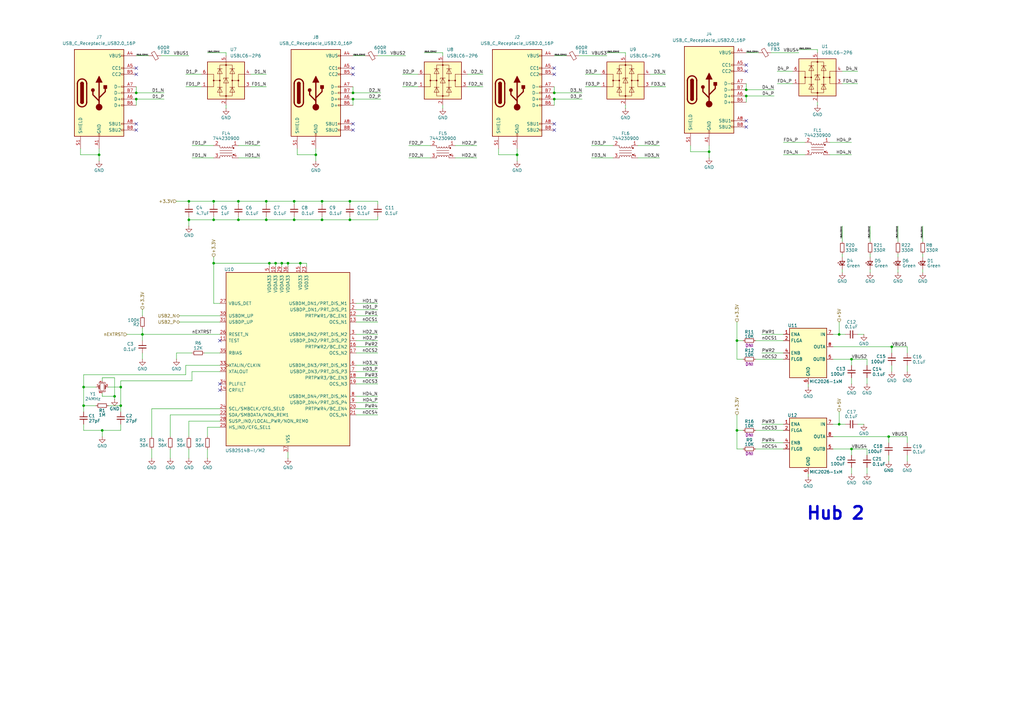
<source format=kicad_sch>
(kicad_sch (version 20231120) (generator "eeschema") (generator_version "8.0")
  (paper "A3")
  (junction (at 46.99 162.56))
  (junction (at 49.53 166.37))
  (junction (at 87.63 90.17))
  (junction (at 58.42 137.16))
  (junction (at 77.47 90.17))
  (junction (at 115.57 107.95))
  (junction (at 306.07 36.83))
  (junction (at 364.49 179.07))
  (junction (at 118.11 107.95))
  (junction (at 144.78 40.64))
  (junction (at 109.22 90.17))
  (junction (at 344.17 137.16))
  (junction (at 132.08 82.55))
  (junction (at 302.26 176.53))
  (junction (at 143.51 90.17))
  (junction (at 129.54 63.5))
  (junction (at 41.91 176.53))
  (junction (at 306.07 39.37))
  (junction (at 87.63 107.95))
  (junction (at 110.49 107.95))
  (junction (at 123.19 107.95))
  (junction (at 97.79 90.17))
  (junction (at 120.65 90.17))
  (junction (at 109.22 82.55))
  (junction (at 349.25 184.15))
  (junction (at 349.25 147.32))
  (junction (at 87.63 82.55))
  (junction (at 365.76 142.24))
  (junction (at 143.51 82.55))
  (junction (at 212.09 63.5))
  (junction (at 34.29 166.37))
  (junction (at 302.26 139.7))
  (junction (at 55.88 40.64))
  (junction (at 40.64 63.5))
  (junction (at 132.08 90.17))
  (junction (at 227.33 38.1))
  (junction (at 97.79 82.55))
  (junction (at 120.65 82.55))
  (junction (at 113.03 107.95))
  (junction (at 344.17 173.99))
  (junction (at 49.53 158.75))
  (junction (at 144.78 38.1))
  (junction (at 227.33 40.64))
  (junction (at 77.47 82.55))
  (junction (at 34.29 158.75))
  (junction (at 290.83 62.23))
  (junction (at 55.88 38.1))
  (no_connect (at 55.88 53.34))
  (no_connect (at 306.07 29.21))
  (no_connect (at 227.33 30.48))
  (no_connect (at 90.17 139.7))
  (no_connect (at 90.17 160.02))
  (no_connect (at 227.33 53.34))
  (no_connect (at 227.33 50.8))
  (no_connect (at 144.78 27.94))
  (no_connect (at 306.07 26.67))
  (no_connect (at 306.07 52.07))
  (no_connect (at 144.78 30.48))
  (no_connect (at 90.17 157.48))
  (no_connect (at 227.33 27.94))
  (no_connect (at 144.78 50.8))
  (no_connect (at 55.88 30.48))
  (no_connect (at 144.78 53.34))
  (no_connect (at 55.88 27.94))
  (no_connect (at 55.88 50.8))
  (no_connect (at 306.07 49.53))
  (wire (pts (xy 302.26 139.7) (xy 302.26 147.32)))
  (wire (pts (xy 44.45 166.37) (xy 49.53 166.37)))
  (wire (pts (xy 87.63 107.95) (xy 110.49 107.95)))
  (wire (pts (xy 312.42 173.99) (xy 321.31 173.99)))
  (wire (pts (xy 146.05 157.48) (xy 154.94 157.48)))
  (wire (pts (xy 302.26 176.53) (xy 304.8 176.53)))
  (wire (pts (xy 77.47 172.72) (xy 90.17 172.72)))
  (wire (pts (xy 186.69 59.69) (xy 195.58 59.69)))
  (wire (pts (xy 143.51 88.9) (xy 143.51 90.17)))
  (wire (pts (xy 204.47 60.96) (xy 204.47 63.5)))
  (wire (pts (xy 181.61 21.59) (xy 181.61 22.86)))
  (wire (pts (xy 204.47 63.5) (xy 212.09 63.5)))
  (wire (pts (xy 266.7 35.56) (xy 273.05 35.56)))
  (wire (pts (xy 121.92 60.96) (xy 121.92 63.5)))
  (wire (pts (xy 227.33 40.64) (xy 238.76 40.64)))
  (wire (pts (xy 120.65 90.17) (xy 132.08 90.17)))
  (wire (pts (xy 378.46 104.14) (xy 378.46 105.41)))
  (wire (pts (xy 123.19 107.95) (xy 125.73 107.95)))
  (wire (pts (xy 78.74 152.4) (xy 78.74 156.21)))
  (wire (pts (xy 41.91 162.56) (xy 41.91 161.29)))
  (wire (pts (xy 372.11 149.86) (xy 372.11 152.4)))
  (wire (pts (xy 113.03 107.95) (xy 110.49 107.95)))
  (wire (pts (xy 33.02 63.5) (xy 40.64 63.5)))
  (wire (pts (xy 227.33 35.56) (xy 227.33 38.1)))
  (wire (pts (xy 118.11 185.42) (xy 118.11 187.96)))
  (wire (pts (xy 83.82 144.78) (xy 90.17 144.78)))
  (wire (pts (xy 55.88 35.56) (xy 55.88 38.1)))
  (wire (pts (xy 306.07 21.59) (xy 311.15 21.59)))
  (wire (pts (xy 365.76 149.86) (xy 365.76 152.4)))
  (wire (pts (xy 34.29 173.99) (xy 34.29 176.53)))
  (wire (pts (xy 55.88 38.1) (xy 67.31 38.1)))
  (wire (pts (xy 335.28 41.91) (xy 335.28 43.18)))
  (wire (pts (xy 144.78 38.1) (xy 156.21 38.1)))
  (wire (pts (xy 304.8 184.15) (xy 302.26 184.15)))
  (wire (pts (xy 372.11 181.61) (xy 372.11 179.07)))
  (wire (pts (xy 321.31 58.42) (xy 330.2 58.42)))
  (wire (pts (xy 34.29 158.75) (xy 34.29 166.37)))
  (wire (pts (xy 144.78 22.86) (xy 149.86 22.86)))
  (wire (pts (xy 191.77 30.48) (xy 198.12 30.48)))
  (wire (pts (xy 173.99 21.59) (xy 181.61 21.59)))
  (wire (pts (xy 364.49 181.61) (xy 364.49 179.07)))
  (wire (pts (xy 132.08 82.55) (xy 143.51 82.55)))
  (wire (pts (xy 41.91 154.94) (xy 41.91 156.21)))
  (wire (pts (xy 302.26 132.08) (xy 302.26 139.7)))
  (wire (pts (xy 349.25 154.94) (xy 349.25 157.48)))
  (wire (pts (xy 73.66 129.54) (xy 90.17 129.54)))
  (wire (pts (xy 120.65 88.9) (xy 120.65 90.17)))
  (wire (pts (xy 306.07 39.37) (xy 306.07 41.91)))
  (wire (pts (xy 355.6 191.77) (xy 355.6 194.31)))
  (wire (pts (xy 146.05 139.7) (xy 154.94 139.7)))
  (wire (pts (xy 165.1 35.56) (xy 171.45 35.56)))
  (wire (pts (xy 55.88 40.64) (xy 67.31 40.64)))
  (wire (pts (xy 341.63 142.24) (xy 365.76 142.24)))
  (wire (pts (xy 349.25 186.69) (xy 349.25 184.15)))
  (wire (pts (xy 49.53 158.75) (xy 49.53 166.37)))
  (wire (pts (xy 44.45 158.75) (xy 49.53 158.75)))
  (wire (pts (xy 77.47 90.17) (xy 87.63 90.17)))
  (wire (pts (xy 58.42 127) (xy 58.42 129.54)))
  (wire (pts (xy 227.33 40.64) (xy 227.33 43.18)))
  (wire (pts (xy 345.44 34.29) (xy 351.79 34.29)))
  (wire (pts (xy 335.28 20.32) (xy 335.28 21.59)))
  (wire (pts (xy 302.26 139.7) (xy 304.8 139.7)))
  (wire (pts (xy 92.71 43.18) (xy 92.71 44.45)))
  (wire (pts (xy 62.23 167.64) (xy 62.23 179.07)))
  (wire (pts (xy 256.54 43.18) (xy 256.54 44.45)))
  (wire (pts (xy 240.03 30.48) (xy 246.38 30.48)))
  (wire (pts (xy 340.36 63.5) (xy 349.25 63.5)))
  (wire (pts (xy 309.88 184.15) (xy 321.31 184.15)))
  (wire (pts (xy 69.85 170.18) (xy 69.85 179.07)))
  (wire (pts (xy 46.99 154.94) (xy 41.91 154.94)))
  (wire (pts (xy 144.78 40.64) (xy 156.21 40.64)))
  (wire (pts (xy 154.94 82.55) (xy 154.94 83.82)))
  (wire (pts (xy 40.64 63.5) (xy 40.64 60.96)))
  (wire (pts (xy 186.69 64.77) (xy 195.58 64.77)))
  (wire (pts (xy 58.42 137.16) (xy 90.17 137.16)))
  (wire (pts (xy 290.83 62.23) (xy 290.83 64.77)))
  (wire (pts (xy 146.05 124.46) (xy 154.94 124.46)))
  (wire (pts (xy 97.79 82.55) (xy 97.79 83.82)))
  (wire (pts (xy 349.25 149.86) (xy 349.25 147.32)))
  (wire (pts (xy 146.05 167.64) (xy 154.94 167.64)))
  (wire (pts (xy 256.54 21.59) (xy 256.54 22.86)))
  (wire (pts (xy 302.26 147.32) (xy 304.8 147.32)))
  (wire (pts (xy 345.44 92.71) (xy 345.44 99.06)))
  (wire (pts (xy 309.88 147.32) (xy 321.31 147.32)))
  (wire (pts (xy 109.22 90.17) (xy 120.65 90.17)))
  (wire (pts (xy 87.63 82.55) (xy 87.63 83.82)))
  (wire (pts (xy 167.64 59.69) (xy 176.53 59.69)))
  (wire (pts (xy 309.88 176.53) (xy 321.31 176.53)))
  (wire (pts (xy 132.08 82.55) (xy 132.08 83.82)))
  (wire (pts (xy 55.88 40.64) (xy 55.88 43.18)))
  (wire (pts (xy 97.79 90.17) (xy 109.22 90.17)))
  (wire (pts (xy 261.62 64.77) (xy 270.51 64.77)))
  (wire (pts (xy 344.17 137.16) (xy 346.71 137.16)))
  (wire (pts (xy 154.94 88.9) (xy 154.94 90.17)))
  (wire (pts (xy 69.85 184.15) (xy 69.85 187.96)))
  (wire (pts (xy 341.63 137.16) (xy 344.17 137.16)))
  (wire (pts (xy 146.05 165.1) (xy 154.94 165.1)))
  (wire (pts (xy 46.99 154.94) (xy 46.99 162.56)))
  (wire (pts (xy 97.79 64.77) (xy 106.68 64.77)))
  (wire (pts (xy 85.09 175.26) (xy 85.09 179.07)))
  (wire (pts (xy 113.03 107.95) (xy 113.03 109.22)))
  (wire (pts (xy 58.42 134.62) (xy 58.42 137.16)))
  (wire (pts (xy 85.09 175.26) (xy 90.17 175.26)))
  (wire (pts (xy 378.46 110.49) (xy 378.46 111.76)))
  (wire (pts (xy 146.05 152.4) (xy 154.94 152.4)))
  (wire (pts (xy 46.99 163.83) (xy 46.99 162.56)))
  (wire (pts (xy 351.79 173.99) (xy 354.33 173.99)))
  (wire (pts (xy 76.2 30.48) (xy 82.55 30.48)))
  (wire (pts (xy 143.51 82.55) (xy 154.94 82.55)))
  (wire (pts (xy 69.85 170.18) (xy 90.17 170.18)))
  (wire (pts (xy 345.44 110.49) (xy 345.44 111.76)))
  (wire (pts (xy 118.11 107.95) (xy 118.11 109.22)))
  (wire (pts (xy 120.65 82.55) (xy 132.08 82.55)))
  (wire (pts (xy 73.66 132.08) (xy 90.17 132.08)))
  (wire (pts (xy 146.05 142.24) (xy 154.94 142.24)))
  (wire (pts (xy 115.57 107.95) (xy 115.57 109.22)))
  (wire (pts (xy 341.63 179.07) (xy 364.49 179.07)))
  (wire (pts (xy 227.33 38.1) (xy 238.76 38.1)))
  (wire (pts (xy 266.7 30.48) (xy 273.05 30.48)))
  (wire (pts (xy 355.6 149.86) (xy 355.6 147.32)))
  (wire (pts (xy 321.31 144.78) (xy 312.42 144.78)))
  (wire (pts (xy 146.05 154.94) (xy 154.94 154.94)))
  (wire (pts (xy 302.26 170.18) (xy 302.26 176.53)))
  (wire (pts (xy 34.29 176.53) (xy 41.91 176.53)))
  (wire (pts (xy 306.07 36.83) (xy 317.5 36.83)))
  (wire (pts (xy 87.63 105.41) (xy 87.63 107.95)))
  (wire (pts (xy 92.71 21.59) (xy 92.71 22.86)))
  (wire (pts (xy 129.54 63.5) (xy 129.54 66.04)))
  (wire (pts (xy 102.87 35.56) (xy 109.22 35.56)))
  (wire (pts (xy 165.1 30.48) (xy 171.45 30.48)))
  (wire (pts (xy 123.19 107.95) (xy 118.11 107.95)))
  (wire (pts (xy 87.63 82.55) (xy 97.79 82.55)))
  (wire (pts (xy 144.78 40.64) (xy 144.78 43.18)))
  (wire (pts (xy 125.73 107.95) (xy 125.73 109.22)))
  (wire (pts (xy 345.44 29.21) (xy 351.79 29.21)))
  (wire (pts (xy 55.88 22.86) (xy 60.96 22.86)))
  (wire (pts (xy 76.2 35.56) (xy 82.55 35.56)))
  (wire (pts (xy 344.17 132.08) (xy 344.17 137.16)))
  (wire (pts (xy 306.07 34.29) (xy 306.07 36.83)))
  (wire (pts (xy 212.09 63.5) (xy 212.09 66.04)))
  (wire (pts (xy 309.88 139.7) (xy 321.31 139.7)))
  (wire (pts (xy 97.79 82.55) (xy 109.22 82.55)))
  (wire (pts (xy 102.87 30.48) (xy 109.22 30.48)))
  (wire (pts (xy 121.92 63.5) (xy 129.54 63.5)))
  (wire (pts (xy 87.63 88.9) (xy 87.63 90.17)))
  (wire (pts (xy 248.92 22.86) (xy 237.49 22.86)))
  (wire (pts (xy 90.17 152.4) (xy 78.74 152.4)))
  (wire (pts (xy 341.63 173.99) (xy 344.17 173.99)))
  (wire (pts (xy 85.09 184.15) (xy 85.09 187.96)))
  (wire (pts (xy 368.3 110.49) (xy 368.3 111.76)))
  (wire (pts (xy 76.2 149.86) (xy 76.2 153.67)))
  (wire (pts (xy 283.21 59.69) (xy 283.21 62.23)))
  (wire (pts (xy 97.79 88.9) (xy 97.79 90.17)))
  (wire (pts (xy 349.25 184.15) (xy 355.6 184.15)))
  (wire (pts (xy 261.62 59.69) (xy 270.51 59.69)))
  (wire (pts (xy 132.08 90.17) (xy 143.51 90.17)))
  (wire (pts (xy 58.42 137.16) (xy 58.42 139.7)))
  (wire (pts (xy 356.87 104.14) (xy 356.87 105.41)))
  (wire (pts (xy 58.42 144.78) (xy 58.42 147.32)))
  (wire (pts (xy 181.61 43.18) (xy 181.61 44.45)))
  (wire (pts (xy 344.17 173.99) (xy 346.71 173.99)))
  (wire (pts (xy 364.49 186.69) (xy 364.49 189.23)))
  (wire (pts (xy 144.78 35.56) (xy 144.78 38.1)))
  (wire (pts (xy 72.39 144.78) (xy 78.74 144.78)))
  (wire (pts (xy 227.33 22.86) (xy 232.41 22.86)))
  (wire (pts (xy 85.09 21.59) (xy 92.71 21.59)))
  (wire (pts (xy 77.47 82.55) (xy 77.47 83.82)))
  (wire (pts (xy 109.22 88.9) (xy 109.22 90.17)))
  (wire (pts (xy 327.66 21.59) (xy 316.23 21.59)))
  (wire (pts (xy 110.49 107.95) (xy 110.49 109.22)))
  (wire (pts (xy 212.09 63.5) (xy 212.09 60.96)))
  (wire (pts (xy 331.47 157.48) (xy 331.47 158.75)))
  (wire (pts (xy 351.79 137.16) (xy 354.33 137.16)))
  (wire (pts (xy 62.23 167.64) (xy 90.17 167.64)))
  (wire (pts (xy 321.31 63.5) (xy 330.2 63.5)))
  (wire (pts (xy 143.51 90.17) (xy 154.94 90.17)))
  (wire (pts (xy 365.76 144.78) (xy 365.76 142.24)))
  (wire (pts (xy 77.47 92.71) (xy 77.47 90.17)))
  (wire (pts (xy 123.19 107.95) (xy 123.19 109.22)))
  (wire (pts (xy 129.54 63.5) (xy 129.54 60.96)))
  (wire (pts (xy 76.2 149.86) (xy 90.17 149.86)))
  (wire (pts (xy 341.63 184.15) (xy 349.25 184.15)))
  (wire (pts (xy 109.22 82.55) (xy 109.22 83.82)))
  (wire (pts (xy 109.22 82.55) (xy 120.65 82.55)))
  (wire (pts (xy 87.63 107.95) (xy 87.63 124.46)))
  (wire (pts (xy 146.05 127) (xy 154.94 127)))
  (wire (pts (xy 368.3 104.14) (xy 368.3 105.41)))
  (wire (pts (xy 345.44 104.14) (xy 345.44 105.41)))
  (wire (pts (xy 34.29 166.37) (xy 34.29 168.91)))
  (wire (pts (xy 34.29 158.75) (xy 39.37 158.75)))
  (wire (pts (xy 356.87 92.71) (xy 356.87 99.06)))
  (wire (pts (xy 368.3 92.71) (xy 368.3 99.06)))
  (wire (pts (xy 41.91 176.53) (xy 41.91 179.07)))
  (wire (pts (xy 240.03 35.56) (xy 246.38 35.56)))
  (wire (pts (xy 242.57 59.69) (xy 251.46 59.69)))
  (wire (pts (xy 97.79 59.69) (xy 106.68 59.69)))
  (wire (pts (xy 318.77 34.29) (xy 325.12 34.29)))
  (wire (pts (xy 283.21 62.23) (xy 290.83 62.23)))
  (wire (pts (xy 78.74 156.21) (xy 49.53 156.21)))
  (wire (pts (xy 34.29 166.37) (xy 39.37 166.37)))
  (wire (pts (xy 146.05 144.78) (xy 154.94 144.78)))
  (wire (pts (xy 41.91 176.53) (xy 49.53 176.53)))
  (wire (pts (xy 344.17 168.91) (xy 344.17 173.99)))
  (wire (pts (xy 77.47 88.9) (xy 77.47 90.17)))
  (wire (pts (xy 248.92 21.59) (xy 256.54 21.59)))
  (wire (pts (xy 349.25 147.32) (xy 355.6 147.32)))
  (wire (pts (xy 146.05 149.86) (xy 154.94 149.86)))
  (wire (pts (xy 321.31 137.16) (xy 312.42 137.16)))
  (wire (pts (xy 191.77 35.56) (xy 198.12 35.56)))
  (wire (pts (xy 372.11 144.78) (xy 372.11 142.24)))
  (wire (pts (xy 52.07 137.16) (xy 58.42 137.16)))
  (wire (pts (xy 77.47 172.72) (xy 77.47 179.07)))
  (wire (pts (xy 364.49 179.07) (xy 372.11 179.07)))
  (wire (pts (xy 87.63 90.17) (xy 97.79 90.17)))
  (wire (pts (xy 62.23 184.15) (xy 62.23 187.96)))
  (wire (pts (xy 306.07 39.37) (xy 317.5 39.37)))
  (wire (pts (xy 33.02 60.96) (xy 33.02 63.5)))
  (wire (pts (xy 146.05 170.18) (xy 154.94 170.18)))
  (wire (pts (xy 331.47 194.31) (xy 331.47 195.58)))
  (wire (pts (xy 318.77 29.21) (xy 325.12 29.21)))
  (wire (pts (xy 132.08 88.9) (xy 132.08 90.17)))
  (wire (pts (xy 76.2 153.67) (xy 34.29 153.67)))
  (wire (pts (xy 146.05 137.16) (xy 154.94 137.16)))
  (wire (pts (xy 372.11 186.69) (xy 372.11 189.23)))
  (wire (pts (xy 146.05 132.08) (xy 154.94 132.08)))
  (wire (pts (xy 349.25 191.77) (xy 349.25 194.31)))
  (wire (pts (xy 120.65 82.55) (xy 120.65 83.82)))
  (wire (pts (xy 87.63 124.46) (xy 90.17 124.46)))
  (wire (pts (xy 78.74 59.69) (xy 87.63 59.69)))
  (wire (pts (xy 40.64 63.5) (xy 40.64 66.04)))
  (wire (pts (xy 87.63 64.77) (xy 78.74 64.77)))
  (wire (pts (xy 355.6 186.69) (xy 355.6 184.15)))
  (wire (pts (xy 341.63 147.32) (xy 349.25 147.32)))
  (wire (pts (xy 49.53 166.37) (xy 49.53 168.91)))
  (wire (pts (xy 290.83 62.23) (xy 290.83 59.69)))
  (wire (pts (xy 356.87 110.49) (xy 356.87 111.76)))
  (wire (pts (xy 378.46 92.71) (xy 378.46 99.06)))
  (wire (pts (xy 115.57 107.95) (xy 118.11 107.95)))
  (wire (pts (xy 41.91 162.56) (xy 46.99 162.56)))
  (wire (pts (xy 355.6 154.94) (xy 355.6 157.48)))
  (wire (pts (xy 166.37 22.86) (xy 154.94 22.86)))
  (wire (pts (xy 365.76 142.24) (xy 372.11 142.24)))
  (wire (pts (xy 327.66 20.32) (xy 335.28 20.32)))
  (wire (pts (xy 77.47 82.55) (xy 87.63 82.55)))
  (wire (pts (xy 302.26 184.15) (xy 302.26 176.53)))
  (wire (pts (xy 176.53 64.77) (xy 167.64 64.77)))
  (wire (pts (xy 49.53 173.99) (xy 49.53 176.53)))
  (wire (pts (xy 72.39 144.78) (xy 72.39 147.32)))
  (wire (pts (xy 115.57 107.95) (xy 113.03 107.95)))
  (wire (pts (xy 312.42 181.61) (xy 321.31 181.61)))
  (wire (pts (xy 77.47 22.86) (xy 66.04 22.86)))
  (wire (pts (xy 143.51 82.55) (xy 143.51 83.82)))
  (wire (pts (xy 146.05 129.54) (xy 154.94 129.54)))
  (wire (pts (xy 34.29 153.67) (xy 34.29 158.75)))
  (wire (pts (xy 72.39 82.55) (xy 77.47 82.55)))
  (wire (pts (xy 340.36 58.42) (xy 349.25 58.42)))
  (wire (pts (xy 146.05 162.56) (xy 154.94 162.56)))
  (wire (pts (xy 49.53 156.21) (xy 49.53 158.75)))
  (wire (pts (xy 77.47 184.15) (xy 77.47 187.96)))
  (wire (pts (xy 242.57 64.77) (xy 251.46 64.77)))
  (text "Hub 2" (at 330.454 213.614 0) (effects (font (size 5.08 5.08) (thickness 1.016) (bold yes)) (justify left bottom)))
  (label "nOCS3" (at 154.94 157.48 180))
  (label "D4_P" (at 317.5 39.37 180))
  (label "FD2_N" (at 167.64 64.77 0))
  (label "VBUS_CONN2" (at 173.99 21.59 0) (effects (font (size 0.508 0.508))))
  (label "VBUS_CONN1" (at 60.96 22.86 180) (effects (font (size 0.508 0.508))))
  (label "FD2_P" (at 165.1 35.56 0))
  (label "HD4_N" (at 349.25 63.5 180))
  (label "PWR4" (at 154.94 167.64 180))
  (label "PWR2" (at 154.94 142.24 180))
  (label "VBUS_CONN1" (at 345.44 92.71 270) (effects (font (size 0.508 0.508))))
  (label "VBUS_CONN1" (at 85.09 21.59 0) (effects (font (size 0.508 0.508))))
  (label "nOCS1" (at 154.94 132.08 180))
  (label "D1_P" (at 76.2 30.48 0))
  (label "FD3_N" (at 242.57 64.77 0))
  (label "VBUS2" (at 355.6 147.32 180))
  (label "PWR1" (at 154.94 129.54 180))
  (label "D2_N" (at 156.21 38.1 180))
  (label "VBUS4" (at 327.66 21.59 180))
  (label "PWR2" (at 312.42 144.78 0))
  (label "FD1_N" (at 78.74 64.77 0))
  (label "VBUS_CONN3" (at 232.41 22.86 180) (effects (font (size 0.508 0.508))))
  (label "nEXTRST" (at 78.74 137.16 0))
  (label "HD3_P" (at 154.94 152.4 180))
  (label "PWR4" (at 312.42 181.61 0))
  (label "nOCS3" (at 312.42 176.53 0))
  (label "PWR3" (at 312.42 173.99 0))
  (label "HD1_P" (at 154.94 127 180))
  (label "D1_N" (at 67.31 38.1 180))
  (label "VBUS2" (at 166.37 22.86 180))
  (label "VBUS_CONN4" (at 327.66 20.32 0) (effects (font (size 0.508 0.508))))
  (label "VBUS3" (at 248.92 22.86 180))
  (label "HD3_N" (at 154.94 149.86 180))
  (label "HD3_N" (at 270.51 64.77 180))
  (label "D4_P" (at 318.77 29.21 0))
  (label "nOCS1" (at 312.42 139.7 0))
  (label "HD4_P" (at 154.94 165.1 180))
  (label "FD1_P" (at 78.74 59.69 0))
  (label "FD4_P" (at 318.77 34.29 0))
  (label "VBUS4" (at 355.6 184.15 180))
  (label "nOCS2" (at 312.42 147.32 0))
  (label "HD1_N" (at 106.68 64.77 180))
  (label "VBUS1" (at 77.47 22.86 180))
  (label "nOCS2" (at 154.94 144.78 180))
  (label "D1_P" (at 67.31 40.64 180))
  (label "VBUS_CONN4" (at 378.46 92.71 270) (effects (font (size 0.508 0.508))))
  (label "FD3_P" (at 242.57 59.69 0))
  (label "nOCS4" (at 154.94 170.18 180))
  (label "D1_N" (at 109.22 30.48 180))
  (label "VBUS_CONN3" (at 248.92 21.59 0) (effects (font (size 0.508 0.508))))
  (label "D3_N" (at 238.76 38.1 180))
  (label "HD1_P" (at 106.68 59.69 180))
  (label "D2_N" (at 198.12 30.48 180))
  (label "HD4_N" (at 154.94 162.56 180))
  (label "HD2_P" (at 195.58 59.69 180))
  (label "VBUS1" (at 372.11 142.24 180))
  (label "FD4_N" (at 351.79 34.29 180))
  (label "D4_N" (at 351.79 29.21 180))
  (label "FD1_N" (at 109.22 35.56 180))
  (label "D4_N" (at 317.5 36.83 180))
  (label "D3_N" (at 273.05 30.48 180))
  (label "D3_P" (at 240.03 30.48 0))
  (label "nOCS4" (at 312.42 184.15 0))
  (label "FD1_P" (at 76.2 35.56 0))
  (label "D2_P" (at 156.21 40.64 180))
  (label "FD4_N" (at 321.31 63.5 0))
  (label "PWR3" (at 154.94 154.94 180))
  (label "HD3_P" (at 270.51 59.69 180))
  (label "HD2_N" (at 195.58 64.77 180))
  (label "HD4_P" (at 349.25 58.42 180))
  (label "PWR1" (at 312.42 137.16 0))
  (label "VBUS_CONN2" (at 356.87 92.71 270) (effects (font (size 0.508 0.508))))
  (label "HD2_N" (at 154.94 137.16 180))
  (label "D3_P" (at 238.76 40.64 180))
  (label "VBUS3" (at 372.11 179.07 180))
  (label "VBUS_CONN4" (at 311.15 21.59 180) (effects (font (size 0.508 0.508))))
  (label "VBUS_CONN2" (at 149.86 22.86 180) (effects (font (size 0.508 0.508))))
  (label "FD2_P" (at 167.64 59.69 0))
  (label "FD3_P" (at 240.03 35.56 0))
  (label "FD2_N" (at 198.12 35.56 180))
  (label "VBUS_CONN3" (at 368.3 92.71 270) (effects (font (size 0.508 0.508))))
  (label "FD3_N" (at 273.05 35.56 180))
  (label "D2_P" (at 165.1 30.48 0))
  (label "HD1_N" (at 154.94 124.46 180))
  (label "FD4_P" (at 321.31 58.42 0))
  (label "HD2_P" (at 154.94 139.7 180))
  (hierarchical_label "nEXTRST" (shape input) (at 52.07 137.16 180))
  (hierarchical_label "+5V" (shape input) (at 344.17 132.08 90))
  (hierarchical_label "+3.3V" (shape input) (at 87.63 105.41 90))
  (hierarchical_label "USB2_N" (shape bidirectional) (at 73.66 129.54 180))
  (hierarchical_label "+3.3V" (shape input) (at 72.39 82.55 180))
  (hierarchical_label "+3.3V" (shape input) (at 302.26 170.18 90))
  (hierarchical_label "+5V" (shape input) (at 344.17 168.91 90))
  (hierarchical_label "+3.3V" (shape input) (at 58.42 127 90))
  (hierarchical_label "+3.3V" (shape input) (at 302.26 132.08 90))
  (hierarchical_label "USB2_P" (shape bidirectional) (at 73.66 132.08 180))
  (symbol (lib_id "Device:R_Small") (at 77.47 181.61 0) (unit 1)
    (property "Reference" "R5" (at 72.39 180.594 0) (effects (justify left)))
    (property "Value" "36K" (at 72.39 182.626 0) (effects (justify left)))
    (property "Footprint" "Resistor_SMD:R_0603_1608Metric" (effects (hide yes)))
    (property "Field4" "Farnell" (effects (hide yes)))
    (property "Field5" "1458788" (effects (hide yes)))
    (property "Field7" "Rohm" (effects (hide yes)))
    (property "Field6" "MCR01MZPF3602" (effects (hide yes)))
    (property "Part Description" "Resistor 36K M1005 1% 63mW" (effects (hide yes)))
  )
  (symbol (lib_id "power:GND") (at 354.33 173.99 0) (unit 1)
    (property "Reference" "#PWR047" (effects (hide yes)))
    (property "Value" "GND" (at 354.33 177.8 0))
    (property "Description" "Power symbol creates a global label with name \"GND\" , ground" (effects (hide yes)))
  )
  (symbol (lib_id "power:GND") (at 368.3 111.76 0) (unit 1)
    (property "Reference" "#PWR059" (effects (hide yes)))
    (property "Value" "GND" (at 368.3 115.316 0))
    (property "Description" "Power symbol creates a global label with name \"GND\" , ground" (effects (hide yes)))
  )
  (symbol (lib_id "Device:FerriteBead_Small") (at 234.95 22.86 270) (mirror x) (unit 1)
    (property "Reference" "FB1" (at 239.268 21.463 90))
    (property "Value" "600R" (at 238.506 19.558 90))
    (property "Footprint" "Inductor_SMD:L_0603_1608Metric" (effects (hide yes)))
  )
  (symbol (lib_id "Power_Protection:USBLC6-2P6") (at 92.71 33.02 0) (unit 1)
    (property "Reference" "U7" (at 94.3611 20.32 0) (effects (justify left)))
    (property "Value" "USBLC6-2P6" (at 94.3611 22.86 0) (effects (justify left)))
    (property "Footprint" "Package_TO_SOT_SMD:SOT-23-6" (effects (hide yes)))
    (property "Datasheet" "https://www.st.com/resource/en/datasheet/usblc6-2.pdf" (effects (hide yes)))
  )
  (symbol (lib_id "Connector:USB_C_Receptacle_USB2.0_16P") (at 290.83 36.83 0) (unit 1)
    (property "Reference" "J4" (at 290.83 13.97 0))
    (property "Value" "USB_C_Receptacle_USB2.0_16P" (at 290.83 16.51 0))
    (property "Footprint" "CameraHub:USBC-121SMT-4BS2S" (effects (hide yes)))
    (property "Datasheet" "https://www.usb.org/sites/default/files/documents/usb_type-c.zip" (effects (hide yes)))
    (property "Description" "USB 2.0-only 16P Type-C Receptacle connector" (effects (hide yes)))
  )
  (symbol (lib_id "Device:C_Small") (at 355.6 189.23 0) (unit 1)
    (property "Reference" "C21" (at 357.759 188.214 0) (effects (justify left)))
    (property "Value" "0.1uF" (at 357.759 190.373 0) (effects (justify left)))
    (property "Footprint" "Capacitor_SMD:C_0603_1608Metric" (effects (hide yes)))
  )
  (symbol (lib_id "power:GND") (at 212.09 66.04 0) (unit 1)
    (property "Reference" "#PWR04" (effects (hide yes)))
    (property "Value" "GND" (at 212.09 69.85 0))
    (property "Description" "Power symbol creates a global label with name \"GND\" , ground" (effects (hide yes)))
  )
  (symbol (lib_id "power:GND") (at 46.99 163.83 0) (unit 1)
    (property "Reference" "#PWR077" (effects (hide yes)))
    (property "Value" "GND" (at 46.99 167.64 0))
    (property "Description" "Power symbol creates a global label with name \"GND\" , ground" (effects (hide yes)))
  )
  (symbol (lib_id "Device:R_Small") (at 307.34 139.7 90) (unit 1)
    (property "Reference" "R11" (at 307.34 136.144 90))
    (property "Value" "10K" (at 307.34 137.922 90))
    (property "Footprint" "Resistor_SMD:R_0603_1608Metric" (effects (hide yes)))
    (property "Description" "DNI" (at 307.34 141.732 90))
  )
  (symbol (lib_id "Device:R_Small") (at 345.44 101.6 0) (unit 1)
    (property "Reference" "R20" (at 346.71 100.584 0) (effects (justify left)))
    (property "Value" "330R" (at 346.71 102.616 0) (effects (justify left)))
    (property "Footprint" "Resistor_SMD:R_0603_1608Metric" (effects (hide yes)))
    (property "Description" "Resistor, small symbol" (effects (hide yes)))
  )
  (symbol (lib_id "power:GND") (at 378.46 111.76 0) (unit 1)
    (property "Reference" "#PWR07" (effects (hide yes)))
    (property "Value" "GND" (at 378.46 115.316 0))
    (property "Description" "Power symbol creates a global label with name \"GND\" , ground" (effects (hide yes)))
  )
  (symbol (lib_id "power:GND") (at 118.11 187.96 0) (unit 1)
    (property "Reference" "#PWR039" (effects (hide yes)))
    (property "Value" "GND" (at 118.11 191.77 0))
    (property "Description" "Power symbol creates a global label with name \"GND\" , ground" (effects (hide yes)))
  )
  (symbol (lib_id "power:GND") (at 58.42 147.32 0) (unit 1)
    (property "Reference" "#PWR020" (effects (hide yes)))
    (property "Value" "GND" (at 58.42 151.257 0))
    (property "Description" "Power symbol creates a global label with name \"GND\" , ground" (effects (hide yes)))
  )
  (symbol (lib_name "USBLC6-2P6_2") (lib_id "Power_Protection:USBLC6-2P6") (at 181.61 33.02 0) (unit 1)
    (property "Reference" "U8" (at 183.2611 20.32 0) (effects (justify left)))
    (property "Value" "USBLC6-2P6" (at 183.2611 22.86 0) (effects (justify left)))
    (property "Footprint" "Package_TO_SOT_SMD:SOT-23-6" (effects (hide yes)))
    (property "Datasheet" "https://www.st.com/resource/en/datasheet/usblc6-2.pdf" (effects (hide yes)))
  )
  (symbol (lib_id "power:GND") (at 355.6 157.48 0) (unit 1)
    (property "Reference" "#PWR048" (effects (hide yes)))
    (property "Value" "GND" (at 355.6 161.163 0))
    (property "Description" "Power symbol creates a global label with name \"GND\" , ground" (effects (hide yes)))
  )
  (symbol (lib_id "Device:Crystal_GND24_Small") (at 41.91 158.75 0) (unit 1)
    (property "Reference" "Y1" (at 38.1 161.544 0))
    (property "Value" "24MHz" (at 38.1 163.576 0))
    (property "Footprint" "Crystal:Crystal_SMD_3225-4Pin_3.2x2.5mm" (effects (hide yes)))
    (property "Description" "Four pin crystal, GND on pins 2 and 4, small symbol" (effects (hide yes)))
    (property "Field4" "Farnell" (effects (hide yes)))
    (property "Field5" "2508493" (effects (hide yes)))
    (property "Field7" "AEL" (effects (hide yes)))
    (property "Field6" "X24M000000S128" (effects (hide yes)))
    (property "Part Description" "24MHz Crystal 18pf 30ppm 30ppm" (effects (hide yes)))
  )
  (symbol (lib_id "Device:C_Small") (at 349.25 189.23 0) (unit 1)
    (property "Reference" "C20" (at 342.9 188.087 0) (effects (justify left)))
    (property "Value" "100uF" (at 340.614 190.246 0) (effects (justify left)))
    (property "Footprint" "Capacitor_SMD:C_0805_2012Metric" (effects (hide yes)))
  )
  (symbol (lib_id "Filter:Choke_Wurth_WE-CNSW_744232090") (at 256.54 62.23 0) (mirror y) (unit 1)
    (property "Reference" "FL6" (at 256.54 54.737 0))
    (property "Value" "744230900" (at 256.54 56.769 0))
    (property "Footprint" "CameraHub:CHIP_230900_WRE" (effects (hide yes)))
    (property "Datasheet" "https://www.we-online.com/components/products/datasheet/744232090.pdf" (effects (hide yes)))
    (property "Description" "Common mode choke, 370 mA, 125VDC, USB2.0, 111 nH" (effects (hide yes)))
  )
  (symbol (lib_id "Filter:Choke_Wurth_WE-CNSW_744232090") (at 92.71 62.23 0) (mirror y) (unit 1)
    (property "Reference" "FL4" (at 92.71 54.737 0))
    (property "Value" "744230900" (at 92.71 56.769 0))
    (property "Footprint" "CameraHub:CHIP_230900_WRE" (effects (hide yes)))
    (property "Datasheet" "https://www.we-online.com/components/products/datasheet/744232090.pdf" (effects (hide yes)))
    (property "Description" "Common mode choke, 370 mA, 125VDC, USB2.0, 111 nH" (effects (hide yes)))
  )
  (symbol (lib_id "Device:LED_Small") (at 368.3 107.95 90) (unit 1)
    (property "Reference" "D6" (at 370.078 106.934 90) (effects (justify right)))
    (property "Value" "Green" (at 370.078 108.966 90) (effects (justify right)))
    (property "Footprint" "LED_SMD:LED_0603_1608Metric" (effects (hide yes)))
    (property "Description" "Light emitting diode, small symbol" (effects (hide yes)))
  )
  (symbol (lib_id "power:GND") (at 85.09 187.96 0) (unit 1)
    (property "Reference" "#PWR037" (effects (hide yes)))
    (property "Value" "GND" (at 85.09 191.77 0))
    (property "Description" "Power symbol creates a global label with name \"GND\" , ground" (effects (hide yes)))
  )
  (symbol (lib_id "Device:R_Small") (at 356.87 101.6 0) (unit 1)
    (property "Reference" "R21" (at 358.14 100.584 0) (effects (justify left)))
    (property "Value" "330R" (at 358.14 102.616 0) (effects (justify left)))
    (property "Footprint" "Resistor_SMD:R_0603_1608Metric" (effects (hide yes)))
    (property "Description" "Resistor, small symbol" (effects (hide yes)))
  )
  (symbol (lib_id "Device:C_Small") (at 349.25 173.99 90) (unit 1)
    (property "Reference" "C17" (at 351.155 168.91 90) (effects (justify left)))
    (property "Value" "0.1uF" (at 351.917 170.815 90) (effects (justify left)))
    (property "Footprint" "Capacitor_SMD:C_0603_1608Metric" (effects (hide yes)))
  )
  (symbol (lib_id "Device:R_Small") (at 58.42 132.08 180) (unit 1)
    (property "Reference" "R2" (at 55.88 133.096 0))
    (property "Value" "100K" (at 54.864 131.318 0))
    (property "Footprint" "Resistor_SMD:R_0603_1608Metric" (effects (hide yes)))
    (property "Field4" "Farnell" (effects (hide yes)))
    (property "Field5" "1458788" (effects (hide yes)))
    (property "Field7" "Rohm" (effects (hide yes)))
    (property "Field6" "MCR01MZPF3602" (effects (hide yes)))
    (property "Part Description" "Resistor 36K M1005 1% 63mW" (effects (hide yes)))
  )
  (symbol (lib_id "power:GND") (at 372.11 152.4 0) (unit 1)
    (property "Reference" "#PWR052" (effects (hide yes)))
    (property "Value" "GND" (at 372.11 156.083 0))
    (property "Description" "Power symbol creates a global label with name \"GND\" , ground" (effects (hide yes)))
  )
  (symbol (lib_id "Device:LED_Small") (at 356.87 107.95 90) (unit 1)
    (property "Reference" "D5" (at 358.648 106.934 90) (effects (justify right)))
    (property "Value" "Green" (at 358.648 108.966 90) (effects (justify right)))
    (property "Footprint" "LED_SMD:LED_0603_1608Metric" (effects (hide yes)))
    (property "Description" "Light emitting diode, small symbol" (effects (hide yes)))
  )
  (symbol (lib_id "Device:C_Small") (at 87.63 86.36 0) (unit 1)
    (property "Reference" "C5" (at 90.551 85.1916 0) (effects (justify left)))
    (property "Value" "1uF" (at 90.551 87.503 0) (effects (justify left)))
    (property "Footprint" "Capacitor_SMD:C_0603_1608Metric" (effects (hide yes)))
    (property "Field5" "490-14381-1-ND" (effects (hide yes)))
    (property "Field4" "Digikey" (effects (hide yes)))
    (property "Field6" "GRM21BR71A106KA73L" (effects (hide yes)))
    (property "Field7" "Murata" (effects (hide yes)))
    (property "Part Description" "	10uF 10% 10V Ceramic Capacitor X7R 0805 (2012 Metric)" (effects (hide yes)))
    (property "Field8" "111893011" (effects (hide yes)))
  )
  (symbol (lib_id "Device:R_Small") (at 81.28 144.78 90) (unit 1)
    (property "Reference" "R6" (at 81.28 140.716 90))
    (property "Value" "12K" (at 81.28 142.748 90))
    (property "Footprint" "Resistor_SMD:R_0603_1608Metric" (effects (hide yes)))
    (property "Field4" "Farnell" (effects (hide yes)))
    (property "Field5" "9239367" (effects (hide yes)))
    (property "Field7" "Rohm" (effects (hide yes)))
    (property "Field6" "MCR01MZPF1202" (effects (hide yes)))
    (property "Part Description" "Resistor 12K M1005 1% 63mW" (effects (hide yes)))
  )
  (symbol (lib_id "Device:C_Small") (at 349.25 137.16 90) (unit 1)
    (property "Reference" "C12" (at 351.155 132.08 90) (effects (justify left)))
    (property "Value" "0.1uF" (at 351.917 133.985 90) (effects (justify left)))
    (property "Footprint" "Capacitor_SMD:C_0603_1608Metric" (effects (hide yes)))
  )
  (symbol (lib_id "power:GND") (at 77.47 187.96 0) (unit 1)
    (property "Reference" "#PWR033" (effects (hide yes)))
    (property "Value" "GND" (at 77.47 191.77 0))
    (property "Description" "Power symbol creates a global label with name \"GND\" , ground" (effects (hide yes)))
  )
  (symbol (lib_id "power:GND") (at 335.28 43.18 0) (unit 1)
    (property "Reference" "#PWR06" (effects (hide yes)))
    (property "Value" "GND" (at 335.28 46.99 0))
    (property "Description" "Power symbol creates a global label with name \"GND\" , ground" (effects (hide yes)))
  )
  (symbol (lib_id "Device:R_Small") (at 85.09 181.61 0) (unit 1)
    (property "Reference" "R7" (at 80.01 180.594 0) (effects (justify left)))
    (property "Value" "36K" (at 80.01 182.626 0) (effects (justify left)))
    (property "Footprint" "Resistor_SMD:R_0603_1608Metric" (effects (hide yes)))
    (property "Field4" "Farnell" (effects (hide yes)))
    (property "Field5" "1458788" (effects (hide yes)))
    (property "Field7" "Rohm" (effects (hide yes)))
    (property "Field6" "MCR01MZPF3602" (effects (hide yes)))
    (property "Part Description" "Resistor 36K M1005 1% 63mW" (effects (hide yes)))
  )
  (symbol (lib_id "power:GND") (at 92.71 44.45 0) (unit 1)
    (property "Reference" "#PWR038" (effects (hide yes)))
    (property "Value" "GND" (at 92.71 48.26 0))
    (property "Description" "Power symbol creates a global label with name \"GND\" , ground" (effects (hide yes)))
  )
  (symbol (lib_id "power:GND") (at 77.47 92.71 0) (unit 1)
    (property "Reference" "#PWR036" (effects (hide yes)))
    (property "Value" "GND" (at 77.47 96.52 0))
    (property "Description" "Power symbol creates a global label with name \"GND\" , ground" (effects (hide yes)))
  )
  (symbol (lib_id "Device:R_Small") (at 307.34 176.53 90) (unit 1)
    (property "Reference" "R16" (at 307.34 172.847 90))
    (property "Value" "10K" (at 307.34 174.625 90))
    (property "Footprint" "Resistor_SMD:R_0603_1608Metric" (effects (hide yes)))
    (property "Description" "DNI" (at 307.34 178.435 90))
  )
  (symbol (lib_id "Device:R_Small") (at 307.34 147.32 90) (unit 1)
    (property "Reference" "R12" (at 307.34 143.764 90))
    (property "Value" "10K" (at 307.34 145.542 90))
    (property "Footprint" "Resistor_SMD:R_0603_1608Metric" (effects (hide yes)))
    (property "Description" "DNI" (at 307.34 149.352 90))
  )
  (symbol (lib_id "Device:C_Small") (at 364.49 184.15 0) (unit 1)
    (property "Reference" "C18" (at 358.14 183.007 0) (effects (justify left)))
    (property "Value" "100uF" (at 355.854 185.166 0) (effects (justify left)))
    (property "Footprint" "Capacitor_SMD:C_0805_2012Metric" (effects (hide yes)))
  )
  (symbol (lib_id "power:GND") (at 356.87 111.76 0) (unit 1)
    (property "Reference" "#PWR058" (effects (hide yes)))
    (property "Value" "GND" (at 356.87 115.316 0))
    (property "Description" "Power symbol creates a global label with name \"GND\" , ground" (effects (hide yes)))
  )
  (symbol (lib_id "power:GND") (at 349.25 194.31 0) (unit 1)
    (property "Reference" "#PWR08" (effects (hide yes)))
    (property "Value" "GND" (at 349.25 197.993 0))
    (property "Description" "Power symbol creates a global label with name \"GND\" , ground" (effects (hide yes)))
  )
  (symbol (lib_id "power:GND") (at 181.61 44.45 0) (unit 1)
    (property "Reference" "#PWR041" (effects (hide yes)))
    (property "Value" "GND" (at 181.61 48.26 0))
    (property "Description" "Power symbol creates a global label with name \"GND\" , ground" (effects (hide yes)))
  )
  (symbol (lib_id "Device:LED_Small") (at 345.44 107.95 90) (unit 1)
    (property "Reference" "D4" (at 347.218 106.934 90) (effects (justify right)))
    (property "Value" "Green" (at 347.218 108.966 90) (effects (justify right)))
    (property "Footprint" "LED_SMD:LED_0603_1608Metric" (effects (hide yes)))
    (property "Description" "Light emitting diode, small symbol" (effects (hide yes)))
  )
  (symbol (lib_id "power:GND") (at 129.54 66.04 0) (unit 1)
    (property "Reference" "#PWR040" (effects (hide yes)))
    (property "Value" "GND" (at 129.54 69.85 0))
    (property "Description" "Power symbol creates a global label with name \"GND\" , ground" (effects (hide yes)))
  )
  (symbol (lib_id "Device:C_Small") (at 372.11 147.32 0) (unit 1)
    (property "Reference" "C16" (at 374.269 146.304 0) (effects (justify left)))
    (property "Value" "0.1uF" (at 374.269 148.463 0) (effects (justify left)))
    (property "Footprint" "Capacitor_SMD:C_0603_1608Metric" (effects (hide yes)))
  )
  (symbol (lib_id "power:GND") (at 62.23 187.96 0) (unit 1)
    (property "Reference" "#PWR021" (effects (hide yes)))
    (property "Value" "GND" (at 62.23 191.77 0))
    (property "Description" "Power symbol creates a global label with name \"GND\" , ground" (effects (hide yes)))
  )
  (symbol (lib_id "Device:R_Small") (at 62.23 181.61 0) (unit 1)
    (property "Reference" "R3" (at 57.15 180.594 0) (effects (justify left)))
    (property "Value" "36K" (at 57.15 182.626 0) (effects (justify left)))
    (property "Footprint" "Resistor_SMD:R_0603_1608Metric" (effects (hide yes)))
    (property "Field4" "Farnell" (effects (hide yes)))
    (property "Field5" "1458788" (effects (hide yes)))
    (property "Field7" "Rohm" (effects (hide yes)))
    (property "Field6" "MCR01MZPF3602" (effects (hide yes)))
    (property "Part Description" "Resistor 36K M1005 1% 63mW" (effects (hide yes)))
  )
  (symbol (lib_id "Device:C_Small") (at 365.76 147.32 0) (unit 1)
    (property "Reference" "C15" (at 359.41 146.177 0) (effects (justify left)))
    (property "Value" "100uF" (at 357.124 148.336 0) (effects (justify left)))
    (property "Footprint" "Capacitor_SMD:C_0805_2012Metric" (effects (hide yes)))
  )
  (symbol (lib_id "Device:FerriteBead_Small") (at 152.4 22.86 270) (mirror x) (unit 1)
    (property "Reference" "FB5" (at 156.718 21.463 90))
    (property "Value" "600R" (at 155.956 19.558 90))
    (property "Footprint" "Inductor_SMD:L_0603_1608Metric" (effects (hide yes)))
  )
  (symbol (lib_id "Device:C_Small") (at 143.51 86.36 0) (unit 1)
    (property "Reference" "C10" (at 146.431 85.1916 0) (effects (justify left)))
    (property "Value" "0.1uF" (at 146.431 87.503 0) (effects (justify left)))
    (property "Footprint" "Capacitor_SMD:C_0603_1608Metric" (effects (hide yes)))
    (property "Field4" "Farnell" (effects (hide yes)))
    (property "Field5" "2611911" (effects (hide yes)))
    (property "Field6" "RM EMK105 B7104KV-F" (effects (hide yes)))
    (property "Field7" "TAIYO YUDEN EUROPE GMBH" (effects (hide yes)))
    (property "Part Description" "	0.1uF 10% 16V Ceramic Capacitor X7R 0402 (1005 Metric)" (effects (hide yes)))
    (property "Field8" "110091611" (effects (hide yes)))
  )
  (symbol (lib_id "power:GND") (at 331.47 158.75 0) (unit 1)
    (property "Reference" "#PWR042" (effects (hide yes)))
    (property "Value" "GND" (at 331.47 162.56 0))
    (property "Description" "Power symbol creates a global label with name \"GND\" , ground" (effects (hide yes)))
  )
  (symbol (lib_id "Device:C_Small") (at 109.22 86.36 0) (unit 1)
    (property "Reference" "C7" (at 112.141 85.1916 0) (effects (justify left)))
    (property "Value" "0.1uF" (at 112.141 87.503 0) (effects (justify left)))
    (property "Footprint" "Capacitor_SMD:C_0603_1608Metric" (effects (hide yes)))
    (property "Field4" "Farnell" (effects (hide yes)))
    (property "Field5" "2611911" (effects (hide yes)))
    (property "Field6" "RM EMK105 B7104KV-F" (effects (hide yes)))
    (property "Field7" "TAIYO YUDEN EUROPE GMBH" (effects (hide yes)))
    (property "Part Description" "	0.1uF 10% 16V Ceramic Capacitor X7R 0402 (1005 Metric)" (effects (hide yes)))
    (property "Field8" "110091611" (effects (hide yes)))
  )
  (symbol (lib_id "Device:C_Small") (at 355.6 152.4 0) (unit 1)
    (property "Reference" "C14" (at 357.759 151.384 0) (effects (justify left)))
    (property "Value" "0.1uF" (at 357.759 153.543 0) (effects (justify left)))
    (property "Footprint" "Capacitor_SMD:C_0603_1608Metric" (effects (hide yes)))
  )
  (symbol (lib_id "power:GND") (at 40.64 66.04 0) (unit 1)
    (property "Reference" "#PWR015" (effects (hide yes)))
    (property "Value" "GND" (at 40.64 69.85 0))
    (property "Description" "Power symbol creates a global label with name \"GND\" , ground" (effects (hide yes)))
  )
  (symbol (lib_id "Device:R_Small") (at 41.91 166.37 90) (unit 1)
    (property "Reference" "R1" (at 41.91 168.402 90))
    (property "Value" "1M" (at 41.91 170.18 90))
    (property "Footprint" "Resistor_SMD:R_0603_1608Metric" (effects (hide yes)))
    (property "Field4" "Farnell" (effects (hide yes)))
    (property "Field5" "1458788" (effects (hide yes)))
    (property "Field7" "Rohm" (effects (hide yes)))
    (property "Field6" "MCR01MZPF3602" (effects (hide yes)))
    (property "Part Description" "Resistor 36K M1005 1% 63mW" (effects (hide yes)))
  )
  (symbol (lib_id "power:GND") (at 364.49 189.23 0) (unit 1)
    (property "Reference" "#PWR050" (effects (hide yes)))
    (property "Value" "GND" (at 364.49 192.913 0))
    (property "Description" "Power symbol creates a global label with name \"GND\" , ground" (effects (hide yes)))
  )
  (symbol (lib_id "power:GND") (at 256.54 44.45 0) (unit 1)
    (property "Reference" "#PWR051" (effects (hide yes)))
    (property "Value" "GND" (at 256.54 48.26 0))
    (property "Description" "Power symbol creates a global label with name \"GND\" , ground" (effects (hide yes)))
  )
  (symbol (lib_id "Connector:USB_C_Receptacle_USB2.0_16P") (at 212.09 38.1 0) (unit 1)
    (property "Reference" "J2" (at 212.09 15.24 0))
    (property "Value" "USB_C_Receptacle_USB2.0_16P" (at 212.09 17.78 0))
    (property "Footprint" "CameraHub:USBC-121SMT-4BS2S" (effects (hide yes)))
    (property "Datasheet" "https://www.usb.org/sites/default/files/documents/usb_type-c.zip" (effects (hide yes)))
    (property "Description" "USB 2.0-only 16P Type-C Receptacle connector" (effects (hide yes)))
  )
  (symbol (lib_id "Device:C_Small") (at 154.94 86.36 0) (unit 1)
    (property "Reference" "C11" (at 157.861 85.1916 0) (effects (justify left)))
    (property "Value" "0.1uF" (at 157.861 87.503 0) (effects (justify left)))
    (property "Footprint" "Capacitor_SMD:C_0603_1608Metric" (effects (hide yes)))
    (property "Field4" "Farnell" (effects (hide yes)))
    (property "Field5" "2611911" (effects (hide yes)))
    (property "Field6" "RM EMK105 B7104KV-F" (effects (hide yes)))
    (property "Field7" "TAIYO YUDEN EUROPE GMBH" (effects (hide yes)))
    (property "Part Description" "	0.1uF 10% 16V Ceramic Capacitor X7R 0402 (1005 Metric)" (effects (hide yes)))
    (property "Field8" "110091611" (effects (hide yes)))
  )
  (symbol (lib_id "Device:R_Small") (at 378.46 101.6 0) (unit 1)
    (property "Reference" "R8" (at 379.73 100.584 0) (effects (justify left)))
    (property "Value" "330R" (at 379.73 102.616 0) (effects (justify left)))
    (property "Footprint" "Resistor_SMD:R_0603_1608Metric" (effects (hide yes)))
    (property "Description" "Resistor, small symbol" (effects (hide yes)))
  )
  (symbol (lib_id "Device:R_Small") (at 368.3 101.6 0) (unit 1)
    (property "Reference" "R22" (at 369.57 100.584 0) (effects (justify left)))
    (property "Value" "330R" (at 369.57 102.616 0) (effects (justify left)))
    (property "Footprint" "Resistor_SMD:R_0603_1608Metric" (effects (hide yes)))
    (property "Description" "Resistor, small symbol" (effects (hide yes)))
  )
  (symbol (lib_id "power:GND") (at 349.25 157.48 0) (unit 1)
    (property "Reference" "#PWR045" (effects (hide yes)))
    (property "Value" "GND" (at 349.25 161.163 0))
    (property "Description" "Power symbol creates a global label with name \"GND\" , ground" (effects (hide yes)))
  )
  (symbol (lib_id "Device:FerriteBead_Small") (at 63.5 22.86 270) (mirror x) (unit 1)
    (property "Reference" "FB2" (at 67.818 21.463 90))
    (property "Value" "600R" (at 67.056 19.558 90))
    (property "Footprint" "Inductor_SMD:L_0603_1608Metric" (effects (hide yes)))
  )
  (symbol (lib_id "Filter:Choke_Wurth_WE-CNSW_744232090") (at 181.61 62.23 0) (mirror y) (unit 1)
    (property "Reference" "FL5" (at 181.61 54.737 0))
    (property "Value" "744230900" (at 181.61 56.769 0))
    (property "Footprint" "CameraHub:CHIP_230900_WRE" (effects (hide yes)))
    (property "Datasheet" "https://www.we-online.com/components/products/datasheet/744232090.pdf" (effects (hide yes)))
    (property "Description" "Common mode choke, 370 mA, 125VDC, USB2.0, 111 nH" (effects (hide yes)))
  )
  (symbol (lib_id "Device:R_Small") (at 307.34 184.15 90) (unit 1)
    (property "Reference" "R9" (at 307.34 180.467 90))
    (property "Value" "10K" (at 307.34 182.245 90))
    (property "Footprint" "Resistor_SMD:R_0603_1608Metric" (effects (hide yes)))
    (property "Description" "DNI" (at 307.34 186.055 90))
  )
  (symbol (lib_id "Filter:Choke_Wurth_WE-CNSW_744232090") (at 335.28 60.96 0) (mirror y) (unit 1)
    (property "Reference" "FL1" (at 335.28 53.467 0))
    (property "Value" "744230900" (at 335.28 55.499 0))
    (property "Footprint" "CameraHub:CHIP_230900_WRE" (effects (hide yes)))
    (property "Datasheet" "https://www.we-online.com/components/products/datasheet/744232090.pdf" (effects (hide yes)))
    (property "Description" "Common mode choke, 370 mA, 125VDC, USB2.0, 111 nH" (effects (hide yes)))
  )
  (symbol (lib_name "USBLC6-2P6_1") (lib_id "Power_Protection:USBLC6-2P6") (at 256.54 33.02 0) (unit 1)
    (property "Reference" "U9" (at 258.1911 20.32 0) (effects (justify left)))
    (property "Value" "USBLC6-2P6" (at 258.1911 22.86 0) (effects (justify left)))
    (property "Footprint" "Package_TO_SOT_SMD:SOT-23-6" (effects (hide yes)))
    (property "Datasheet" "https://www.st.com/resource/en/datasheet/usblc6-2.pdf" (effects (hide yes)))
  )
  (symbol (lib_id "power:GND") (at 290.83 64.77 0) (unit 1)
    (property "Reference" "#PWR05" (effects (hide yes)))
    (property "Value" "GND" (at 290.83 68.58 0))
    (property "Description" "Power symbol creates a global label with name \"GND\" , ground" (effects (hide yes)))
  )
  (symbol (lib_id "power:GND") (at 41.91 179.07 0) (unit 1)
    (property "Reference" "#PWR017" (effects (hide yes)))
    (property "Value" "GND" (at 41.91 182.88 0))
    (property "Description" "Power symbol creates a global label with name \"GND\" , ground" (effects (hide yes)))
  )
  (symbol (lib_id "power:GND") (at 365.76 152.4 0) (unit 1)
    (property "Reference" "#PWR049" (effects (hide yes)))
    (property "Value" "GND" (at 365.76 156.083 0))
    (property "Description" "Power symbol creates a global label with name \"GND\" , ground" (effects (hide yes)))
  )
  (symbol (lib_id "Device:C_Small") (at 372.11 184.15 0) (unit 1)
    (property "Reference" "C19" (at 374.269 183.134 0) (effects (justify left)))
    (property "Value" "0.1uF" (at 374.269 185.293 0) (effects (justify left)))
    (property "Footprint" "Capacitor_SMD:C_0603_1608Metric" (effects (hide yes)))
  )
  (symbol (lib_id "Device:C_Small") (at 349.25 152.4 0) (unit 1)
    (property "Reference" "C13" (at 342.9 151.257 0) (effects (justify left)))
    (property "Value" "100uF" (at 340.614 153.416 0) (effects (justify left)))
    (property "Footprint" "Capacitor_SMD:C_0805_2012Metric" (effects (hide yes)))
  )
  (symbol (lib_id "Device:FerriteBead_Small") (at 313.69 21.59 270) (mirror x) (unit 1)
    (property "Reference" "FB3" (at 318.008 20.193 90))
    (property "Value" "600R" (at 317.246 18.288 90))
    (property "Footprint" "Inductor_SMD:L_0603_1608Metric" (effects (hide yes)))
  )
  (symbol (lib_id "Interface_USB:USB2514B_Bi") (at 118.11 147.32 0) (unit 1)
    (property "Reference" "U10" (at 93.98 110.49 0))
    (property "Value" "USB2514B-I/M2" (at 100.584 184.785 0))
    (property "Footprint" "Package_DFN_QFN:QFN-36-1EP_6x6mm_P0.5mm_EP3.7x3.7mm" (effects (hide yes)))
    (property "Datasheet" "http://ww1.microchip.com/downloads/en/DeviceDoc/00001692C.pdf" (effects (hide yes)))
    (property "Description" "USB 2.0 Hi-Speed Hub Controller" (effects (hide yes)))
    (property "Field4" "Farnell" (effects (hide yes)))
    (property "Field5" "2775060" (effects (hide yes)))
    (property "Field6" "USB2514B-I/M2" (effects (hide yes)))
    (property "Field7" "Microchip" (effects (hide yes)))
    (property "Part Description" "	USB Hub Controller USB Interface 36-SQFN (6x6)" (effects (hide yes)))
    (property "Field8" "UICC00931" (effects (hide yes)))
  )
  (symbol (lib_id "Connector:USB_C_Receptacle_USB2.0_16P") (at 129.54 38.1 0) (unit 1)
    (property "Reference" "J8" (at 129.54 15.24 0))
    (property "Value" "USB_C_Receptacle_USB2.0_16P" (at 129.54 17.78 0))
    (property "Footprint" "CameraHub:USBC-121SMT-4BS2S" (effects (hide yes)))
    (property "Datasheet" "https://www.usb.org/sites/default/files/documents/usb_type-c.zip" (effects (hide yes)))
    (property "Description" "USB 2.0-only 16P Type-C Receptacle connector" (effects (hide yes)))
  )
  (symbol (lib_id "Device:C_Small") (at 58.42 142.24 0) (unit 1)
    (property "Reference" "C3" (at 52.07 141.097 0) (effects (justify left)))
    (property "Value" "0.1uF" (at 50.546 143.256 0) (effects (justify left)))
    (property "Footprint" "Capacitor_SMD:C_0603_1608Metric" (effects (hide yes)))
  )
  (symbol (lib_id "power:GND") (at 372.11 189.23 0) (unit 1)
    (property "Reference" "#PWR053" (effects (hide yes)))
    (property "Value" "GND" (at 372.11 192.913 0))
    (property "Description" "Power symbol creates a global label with name \"GND\" , ground" (effects (hide yes)))
  )
  (symbol (lib_id "power:GND") (at 72.39 147.32 0) (unit 1)
    (property "Reference" "#PWR030" (effects (hide yes)))
    (property "Value" "GND" (at 72.39 151.257 0))
    (property "Description" "Power symbol creates a global label with name \"GND\" , ground" (effects (hide yes)))
  )
  (symbol (lib_id "Device:C_Small") (at 77.47 86.36 0) (unit 1)
    (property "Reference" "C4" (at 80.391 85.1916 0) (effects (justify left)))
    (property "Value" "4.7uF" (at 80.391 87.503 0) (effects (justify left)))
    (property "Footprint" "Capacitor_SMD:C_0603_1608Metric" (effects (hide yes)))
    (property "Field5" "490-14381-1-ND" (effects (hide yes)))
    (property "Field4" "Digikey" (effects (hide yes)))
    (property "Field6" "GRM21BR71A106KA73L" (effects (hide yes)))
    (property "Field7" "Murata" (effects (hide yes)))
    (property "Part Description" "	10uF 10% 10V Ceramic Capacitor X7R 0805 (2012 Metric)" (effects (hide yes)))
    (property "Field8" "111893011" (effects (hide yes)))
  )
  (symbol (lib_id "Power_Management:MIC2026-1xM") (at 331.47 144.78 0) (unit 1)
    (property "Reference" "U11" (at 325.12 133.477 0))
    (property "Value" "MIC2026-1xM" (at 338.709 156.464 0))
    (property "Footprint" "Package_SO:SOIC-8_3.9x4.9mm_P1.27mm" (effects (hide yes)))
    (property "Datasheet" "https://ww1.microchip.com/downloads/aemDocuments/documents/APID/ProductDocuments/DataSheets/MIC2026-MIC2076-Dual-Channel-Power-Distribution-Switch-DS20006443A.pdf" (effects (hide yes)))
  )
  (symbol (lib_id "Device:R_Small") (at 69.85 181.61 0) (unit 1)
    (property "Reference" "R4" (at 64.77 180.594 0) (effects (justify left)))
    (property "Value" "36K" (at 64.77 182.626 0) (effects (justify left)))
    (property "Footprint" "Resistor_SMD:R_0603_1608Metric" (effects (hide yes)))
    (property "Field4" "Farnell" (effects (hide yes)))
    (property "Field5" "1458788" (effects (hide yes)))
    (property "Field7" "Rohm" (effects (hide yes)))
    (property "Field6" "MCR01MZPF3602" (effects (hide yes)))
    (property "Part Description" "Resistor 36K M1005 1% 63mW" (effects (hide yes)))
  )
  (symbol (lib_id "power:GND") (at 331.47 195.58 0) (unit 1)
    (property "Reference" "#PWR043" (effects (hide yes)))
    (property "Value" "GND" (at 331.47 199.39 0))
    (property "Description" "Power symbol creates a global label with name \"GND\" , ground" (effects (hide yes)))
  )
  (symbol (lib_id "Device:C_Small") (at 97.79 86.36 0) (unit 1)
    (property "Reference" "C6" (at 100.711 85.1916 0) (effects (justify left)))
    (property "Value" "0.1uF" (at 100.711 87.503 0) (effects (justify left)))
    (property "Footprint" "Capacitor_SMD:C_0603_1608Metric" (effects (hide yes)))
    (property "Field4" "Farnell" (effects (hide yes)))
    (property "Field5" "2611911" (effects (hide yes)))
    (property "Field6" "RM EMK105 B7104KV-F" (effects (hide yes)))
    (property "Field7" "TAIYO YUDEN EUROPE GMBH" (effects (hide yes)))
    (property "Part Description" "	0.1uF 10% 16V Ceramic Capacitor X7R 0402 (1005 Metric)" (effects (hide yes)))
    (property "Field8" "110091611" (effects (hide yes)))
  )
  (symbol (lib_id "Power_Management:MIC2026-1xM") (at 331.47 181.61 0) (unit 1)
    (property "Reference" "U12" (at 324.993 170.307 0))
    (property "Value" "MIC2026-1xM" (at 338.836 193.548 0))
    (property "Footprint" "Package_SO:SOIC-8_3.9x4.9mm_P1.27mm" (effects (hide yes)))
    (property "Datasheet" "https://ww1.microchip.com/downloads/aemDocuments/documents/APID/ProductDocuments/DataSheets/MIC2026-MIC2076-Dual-Channel-Power-Distribution-Switch-DS20006443A.pdf" (effects (hide yes)))
  )
  (symbol (lib_id "power:GND") (at 355.6 194.31 0) (unit 1)
    (property "Reference" "#PWR09" (effects (hide yes)))
    (property "Value" "GND" (at 355.6 197.993 0))
    (property "Description" "Power symbol creates a global label with name \"GND\" , ground" (effects (hide yes)))
  )
  (symbol (lib_id "power:GND") (at 69.85 187.96 0) (unit 1)
    (property "Reference" "#PWR026" (effects (hide yes)))
    (property "Value" "GND" (at 69.85 191.77 0))
    (property "Description" "Power symbol creates a global label with name \"GND\" , ground" (effects (hide yes)))
  )
  (symbol (lib_id "Device:C_Small") (at 132.08 86.36 0) (unit 1)
    (property "Reference" "C9" (at 135.001 85.1916 0) (effects (justify left)))
    (property "Value" "0.1uF" (at 135.001 87.503 0) (effects (justify left)))
    (property "Footprint" "Capacitor_SMD:C_0603_1608Metric" (effects (hide yes)))
    (property "Field4" "Farnell" (effects (hide yes)))
    (property "Field5" "2611911" (effects (hide yes)))
    (property "Field6" "RM EMK105 B7104KV-F" (effects (hide yes)))
    (property "Field7" "TAIYO YUDEN EUROPE GMBH" (effects (hide yes)))
    (property "Part Description" "	0.1uF 10% 16V Ceramic Capacitor X7R 0402 (1005 Metric)" (effects (hide yes)))
    (property "Field8" "110091611" (effects (hide yes)))
  )
  (symbol (lib_id "power:GND") (at 354.33 137.16 0) (unit 1)
    (property "Reference" "#PWR046" (effects (hide yes)))
    (property "Value" "GND" (at 354.33 140.97 0))
    (property "Description" "Power symbol creates a global label with name \"GND\" , ground" (effects (hide yes)))
  )
  (symbol (lib_id "Connector:USB_C_Receptacle_USB2.0_16P") (at 40.64 38.1 0) (unit 1)
    (property "Reference" "J7" (at 40.64 15.24 0))
    (property "Value" "USB_C_Receptacle_USB2.0_16P" (at 40.64 17.78 0))
    (property "Footprint" "CameraHub:USBC-121SMT-4BS2S" (effects (hide yes)))
    (property "Datasheet" "https://www.usb.org/sites/default/files/documents/usb_type-c.zip" (effects (hide yes)))
    (property "Description" "USB 2.0-only 16P Type-C Receptacle connector" (effects (hide yes)))
  )
  (symbol (lib_id "Device:C_Small") (at 120.65 86.36 0) (unit 1)
    (property "Reference" "C8" (at 123.571 85.1916 0) (effects (justify left)))
    (property "Value" "0.1uF" (at 123.571 87.503 0) (effects (justify left)))
    (property "Footprint" "Capacitor_SMD:C_0603_1608Metric" (effects (hide yes)))
    (property "Field4" "Farnell" (effects (hide yes)))
    (property "Field5" "2611911" (effects (hide yes)))
    (property "Field6" "RM EMK105 B7104KV-F" (effects (hide yes)))
    (property "Field7" "TAIYO YUDEN EUROPE GMBH" (effects (hide yes)))
    (property "Part Description" "	0.1uF 10% 16V Ceramic Capacitor X7R 0402 (1005 Metric)" (effects (hide yes)))
    (property "Field8" "110091611" (effects (hide yes)))
  )
  (symbol (lib_id "Device:LED_Small") (at 378.46 107.95 90) (unit 1)
    (property "Reference" "D1" (at 380.238 106.934 90) (effects (justify right)))
    (property "Value" "Green" (at 380.238 108.966 90) (effects (justify right)))
    (property "Footprint" "LED_SMD:LED_0603_1608Metric" (effects (hide yes)))
    (property "Description" "Light emitting diode, small symbol" (effects (hide yes)))
  )
  (symbol (lib_id "Device:C_Small") (at 49.53 171.45 0) (unit 1)
    (property "Reference" "C2" (at 51.562 170.561 0) (effects (justify left)))
    (property "Value" "27pF" (at 51.562 172.593 0) (effects (justify left)))
    (property "Footprint" "Capacitor_SMD:C_0603_1608Metric" (effects (hide yes)))
    (property "Field8" "UCAP00738 " (effects (hide yes)))
    (property "Field5" "490-17672-1-ND" (effects (hide yes)))
    (property "Field6" "GJM1555C1H270JB01D" (effects (hide yes)))
    (property "Field7" "Murata" (effects (hide yes)))
    (property "Part Description" "	27pF 5% 50V Ceramic Capacitor C0G, NP0 0402 (1005 Metric)" (effects (hide yes)))
    (property "Field4" "Digikey" (effects (hide yes)))
  )
  (symbol (lib_id "Device:C_Small") (at 34.29 171.45 0) (unit 1)
    (property "Reference" "C1" (at 36.322 170.561 0) (effects (justify left)))
    (property "Value" "27pF" (at 36.322 172.593 0) (effects (justify left)))
    (property "Footprint" "Capacitor_SMD:C_0603_1608Metric" (effects (hide yes)))
    (property "Field8" "UCAP00738 " (effects (hide yes)))
    (property "Field5" "490-17672-1-ND" (effects (hide yes)))
    (property "Field6" "GJM1555C1H270JB01D" (effects (hide yes)))
    (property "Field7" "Murata" (effects (hide yes)))
    (property "Part Description" "	27pF 5% 50V Ceramic Capacitor C0G, NP0 0402 (1005 Metric)" (effects (hide yes)))
    (property "Field4" "Digikey" (effects (hide yes)))
  )
  (symbol (lib_id "power:GND") (at 345.44 111.76 0) (unit 1)
    (property "Reference" "#PWR057" (effects (hide yes)))
    (property "Value" "GND" (at 345.44 115.316 0))
    (property "Description" "Power symbol creates a global label with name \"GND\" , ground" (effects (hide yes)))
  )
  (symbol (lib_name "USBLC6-2P6_1") (lib_id "Power_Protection:USBLC6-2P6") (at 335.28 31.75 0) (unit 1)
    (property "Reference" "U1" (at 336.9311 19.05 0) (effects (justify left)))
    (property "Value" "USBLC6-2P6" (at 336.9311 21.59 0) (effects (justify left)))
    (property "Footprint" "Package_TO_SOT_SMD:SOT-23-6" (effects (hide yes)))
    (property "Datasheet" "https://www.st.com/resource/en/datasheet/usblc6-2.pdf" (effects (hide yes)))
  )
)
</source>
